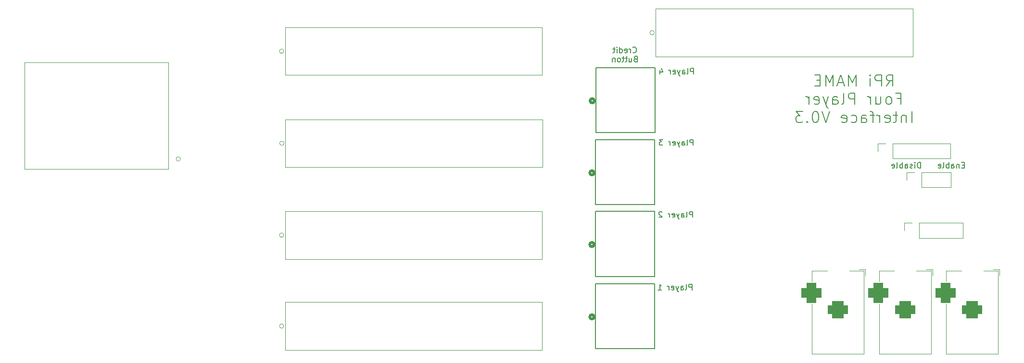
<source format=gbo>
G04 #@! TF.GenerationSoftware,KiCad,Pcbnew,(6.0.6)*
G04 #@! TF.CreationDate,2023-06-19T03:07:34+09:30*
G04 #@! TF.ProjectId,RPi Arcade Hat V0-3,52506920-4172-4636-9164-652048617420,rev?*
G04 #@! TF.SameCoordinates,Original*
G04 #@! TF.FileFunction,Legend,Bot*
G04 #@! TF.FilePolarity,Positive*
%FSLAX46Y46*%
G04 Gerber Fmt 4.6, Leading zero omitted, Abs format (unit mm)*
G04 Created by KiCad (PCBNEW (6.0.6)) date 2023-06-19 03:07:34*
%MOMM*%
%LPD*%
G01*
G04 APERTURE LIST*
G04 Aperture macros list*
%AMRoundRect*
0 Rectangle with rounded corners*
0 $1 Rounding radius*
0 $2 $3 $4 $5 $6 $7 $8 $9 X,Y pos of 4 corners*
0 Add a 4 corners polygon primitive as box body*
4,1,4,$2,$3,$4,$5,$6,$7,$8,$9,$2,$3,0*
0 Add four circle primitives for the rounded corners*
1,1,$1+$1,$2,$3*
1,1,$1+$1,$4,$5*
1,1,$1+$1,$6,$7*
1,1,$1+$1,$8,$9*
0 Add four rect primitives between the rounded corners*
20,1,$1+$1,$2,$3,$4,$5,0*
20,1,$1+$1,$4,$5,$6,$7,0*
20,1,$1+$1,$6,$7,$8,$9,0*
20,1,$1+$1,$8,$9,$2,$3,0*%
G04 Aperture macros list end*
%ADD10C,0.150000*%
%ADD11C,0.120000*%
%ADD12C,0.152400*%
%ADD13C,0.508000*%
%ADD14C,2.032000*%
%ADD15O,1.700000X1.700000*%
%ADD16R,1.700000X1.700000*%
%ADD17C,1.270000*%
%ADD18C,1.524000*%
%ADD19RoundRect,0.875000X0.875000X-0.875000X0.875000X0.875000X-0.875000X0.875000X-0.875000X-0.875000X0*%
%ADD20RoundRect,0.750000X1.000000X-0.750000X1.000000X0.750000X-1.000000X0.750000X-1.000000X-0.750000X0*%
%ADD21R,3.500000X3.500000*%
G04 APERTURE END LIST*
D10*
X160381580Y-82291180D02*
X160381580Y-81291180D01*
X160000628Y-81291180D01*
X159905390Y-81338800D01*
X159857771Y-81386419D01*
X159810152Y-81481657D01*
X159810152Y-81624514D01*
X159857771Y-81719752D01*
X159905390Y-81767371D01*
X160000628Y-81814990D01*
X160381580Y-81814990D01*
X159238723Y-82291180D02*
X159333961Y-82243561D01*
X159381580Y-82148323D01*
X159381580Y-81291180D01*
X158429200Y-82291180D02*
X158429200Y-81767371D01*
X158476819Y-81672133D01*
X158572057Y-81624514D01*
X158762533Y-81624514D01*
X158857771Y-81672133D01*
X158429200Y-82243561D02*
X158524438Y-82291180D01*
X158762533Y-82291180D01*
X158857771Y-82243561D01*
X158905390Y-82148323D01*
X158905390Y-82053085D01*
X158857771Y-81957847D01*
X158762533Y-81910228D01*
X158524438Y-81910228D01*
X158429200Y-81862609D01*
X158048247Y-81624514D02*
X157810152Y-82291180D01*
X157572057Y-81624514D02*
X157810152Y-82291180D01*
X157905390Y-82529276D01*
X157953009Y-82576895D01*
X158048247Y-82624514D01*
X156810152Y-82243561D02*
X156905390Y-82291180D01*
X157095866Y-82291180D01*
X157191104Y-82243561D01*
X157238723Y-82148323D01*
X157238723Y-81767371D01*
X157191104Y-81672133D01*
X157095866Y-81624514D01*
X156905390Y-81624514D01*
X156810152Y-81672133D01*
X156762533Y-81767371D01*
X156762533Y-81862609D01*
X157238723Y-81957847D01*
X156333961Y-82291180D02*
X156333961Y-81624514D01*
X156333961Y-81814990D02*
X156286342Y-81719752D01*
X156238723Y-81672133D01*
X156143485Y-81624514D01*
X156048247Y-81624514D01*
X154524438Y-81624514D02*
X154524438Y-82291180D01*
X154762533Y-81243561D02*
X155000628Y-81957847D01*
X154381580Y-81957847D01*
X160330780Y-94838780D02*
X160330780Y-93838780D01*
X159949828Y-93838780D01*
X159854590Y-93886400D01*
X159806971Y-93934019D01*
X159759352Y-94029257D01*
X159759352Y-94172114D01*
X159806971Y-94267352D01*
X159854590Y-94314971D01*
X159949828Y-94362590D01*
X160330780Y-94362590D01*
X159187923Y-94838780D02*
X159283161Y-94791161D01*
X159330780Y-94695923D01*
X159330780Y-93838780D01*
X158378400Y-94838780D02*
X158378400Y-94314971D01*
X158426019Y-94219733D01*
X158521257Y-94172114D01*
X158711733Y-94172114D01*
X158806971Y-94219733D01*
X158378400Y-94791161D02*
X158473638Y-94838780D01*
X158711733Y-94838780D01*
X158806971Y-94791161D01*
X158854590Y-94695923D01*
X158854590Y-94600685D01*
X158806971Y-94505447D01*
X158711733Y-94457828D01*
X158473638Y-94457828D01*
X158378400Y-94410209D01*
X157997447Y-94172114D02*
X157759352Y-94838780D01*
X157521257Y-94172114D02*
X157759352Y-94838780D01*
X157854590Y-95076876D01*
X157902209Y-95124495D01*
X157997447Y-95172114D01*
X156759352Y-94791161D02*
X156854590Y-94838780D01*
X157045066Y-94838780D01*
X157140304Y-94791161D01*
X157187923Y-94695923D01*
X157187923Y-94314971D01*
X157140304Y-94219733D01*
X157045066Y-94172114D01*
X156854590Y-94172114D01*
X156759352Y-94219733D01*
X156711733Y-94314971D01*
X156711733Y-94410209D01*
X157187923Y-94505447D01*
X156283161Y-94838780D02*
X156283161Y-94172114D01*
X156283161Y-94362590D02*
X156235542Y-94267352D01*
X156187923Y-94219733D01*
X156092685Y-94172114D01*
X155997447Y-94172114D01*
X154997447Y-93838780D02*
X154378400Y-93838780D01*
X154711733Y-94219733D01*
X154568876Y-94219733D01*
X154473638Y-94267352D01*
X154426019Y-94314971D01*
X154378400Y-94410209D01*
X154378400Y-94648304D01*
X154426019Y-94743542D01*
X154473638Y-94791161D01*
X154568876Y-94838780D01*
X154854590Y-94838780D01*
X154949828Y-94791161D01*
X154997447Y-94743542D01*
X160229180Y-107538780D02*
X160229180Y-106538780D01*
X159848228Y-106538780D01*
X159752990Y-106586400D01*
X159705371Y-106634019D01*
X159657752Y-106729257D01*
X159657752Y-106872114D01*
X159705371Y-106967352D01*
X159752990Y-107014971D01*
X159848228Y-107062590D01*
X160229180Y-107062590D01*
X159086323Y-107538780D02*
X159181561Y-107491161D01*
X159229180Y-107395923D01*
X159229180Y-106538780D01*
X158276800Y-107538780D02*
X158276800Y-107014971D01*
X158324419Y-106919733D01*
X158419657Y-106872114D01*
X158610133Y-106872114D01*
X158705371Y-106919733D01*
X158276800Y-107491161D02*
X158372038Y-107538780D01*
X158610133Y-107538780D01*
X158705371Y-107491161D01*
X158752990Y-107395923D01*
X158752990Y-107300685D01*
X158705371Y-107205447D01*
X158610133Y-107157828D01*
X158372038Y-107157828D01*
X158276800Y-107110209D01*
X157895847Y-106872114D02*
X157657752Y-107538780D01*
X157419657Y-106872114D02*
X157657752Y-107538780D01*
X157752990Y-107776876D01*
X157800609Y-107824495D01*
X157895847Y-107872114D01*
X156657752Y-107491161D02*
X156752990Y-107538780D01*
X156943466Y-107538780D01*
X157038704Y-107491161D01*
X157086323Y-107395923D01*
X157086323Y-107014971D01*
X157038704Y-106919733D01*
X156943466Y-106872114D01*
X156752990Y-106872114D01*
X156657752Y-106919733D01*
X156610133Y-107014971D01*
X156610133Y-107110209D01*
X157086323Y-107205447D01*
X156181561Y-107538780D02*
X156181561Y-106872114D01*
X156181561Y-107062590D02*
X156133942Y-106967352D01*
X156086323Y-106919733D01*
X155991085Y-106872114D01*
X155895847Y-106872114D01*
X154848228Y-106634019D02*
X154800609Y-106586400D01*
X154705371Y-106538780D01*
X154467276Y-106538780D01*
X154372038Y-106586400D01*
X154324419Y-106634019D01*
X154276800Y-106729257D01*
X154276800Y-106824495D01*
X154324419Y-106967352D01*
X154895847Y-107538780D01*
X154276800Y-107538780D01*
X160127580Y-120340380D02*
X160127580Y-119340380D01*
X159746628Y-119340380D01*
X159651390Y-119388000D01*
X159603771Y-119435619D01*
X159556152Y-119530857D01*
X159556152Y-119673714D01*
X159603771Y-119768952D01*
X159651390Y-119816571D01*
X159746628Y-119864190D01*
X160127580Y-119864190D01*
X158984723Y-120340380D02*
X159079961Y-120292761D01*
X159127580Y-120197523D01*
X159127580Y-119340380D01*
X158175200Y-120340380D02*
X158175200Y-119816571D01*
X158222819Y-119721333D01*
X158318057Y-119673714D01*
X158508533Y-119673714D01*
X158603771Y-119721333D01*
X158175200Y-120292761D02*
X158270438Y-120340380D01*
X158508533Y-120340380D01*
X158603771Y-120292761D01*
X158651390Y-120197523D01*
X158651390Y-120102285D01*
X158603771Y-120007047D01*
X158508533Y-119959428D01*
X158270438Y-119959428D01*
X158175200Y-119911809D01*
X157794247Y-119673714D02*
X157556152Y-120340380D01*
X157318057Y-119673714D02*
X157556152Y-120340380D01*
X157651390Y-120578476D01*
X157699009Y-120626095D01*
X157794247Y-120673714D01*
X156556152Y-120292761D02*
X156651390Y-120340380D01*
X156841866Y-120340380D01*
X156937104Y-120292761D01*
X156984723Y-120197523D01*
X156984723Y-119816571D01*
X156937104Y-119721333D01*
X156841866Y-119673714D01*
X156651390Y-119673714D01*
X156556152Y-119721333D01*
X156508533Y-119816571D01*
X156508533Y-119911809D01*
X156984723Y-120007047D01*
X156079961Y-120340380D02*
X156079961Y-119673714D01*
X156079961Y-119864190D02*
X156032342Y-119768952D01*
X155984723Y-119721333D01*
X155889485Y-119673714D01*
X155794247Y-119673714D01*
X154175200Y-120340380D02*
X154746628Y-120340380D01*
X154460914Y-120340380D02*
X154460914Y-119340380D01*
X154556152Y-119483238D01*
X154651390Y-119578476D01*
X154746628Y-119626095D01*
X208052704Y-98328171D02*
X207719371Y-98328171D01*
X207576514Y-98851980D02*
X208052704Y-98851980D01*
X208052704Y-97851980D01*
X207576514Y-97851980D01*
X207147942Y-98185314D02*
X207147942Y-98851980D01*
X207147942Y-98280552D02*
X207100323Y-98232933D01*
X207005085Y-98185314D01*
X206862228Y-98185314D01*
X206766990Y-98232933D01*
X206719371Y-98328171D01*
X206719371Y-98851980D01*
X205814609Y-98851980D02*
X205814609Y-98328171D01*
X205862228Y-98232933D01*
X205957466Y-98185314D01*
X206147942Y-98185314D01*
X206243180Y-98232933D01*
X205814609Y-98804361D02*
X205909847Y-98851980D01*
X206147942Y-98851980D01*
X206243180Y-98804361D01*
X206290800Y-98709123D01*
X206290800Y-98613885D01*
X206243180Y-98518647D01*
X206147942Y-98471028D01*
X205909847Y-98471028D01*
X205814609Y-98423409D01*
X205338419Y-98851980D02*
X205338419Y-97851980D01*
X205338419Y-98232933D02*
X205243180Y-98185314D01*
X205052704Y-98185314D01*
X204957466Y-98232933D01*
X204909847Y-98280552D01*
X204862228Y-98375790D01*
X204862228Y-98661504D01*
X204909847Y-98756742D01*
X204957466Y-98804361D01*
X205052704Y-98851980D01*
X205243180Y-98851980D01*
X205338419Y-98804361D01*
X204290800Y-98851980D02*
X204386038Y-98804361D01*
X204433657Y-98709123D01*
X204433657Y-97851980D01*
X203528895Y-98804361D02*
X203624133Y-98851980D01*
X203814609Y-98851980D01*
X203909847Y-98804361D01*
X203957466Y-98709123D01*
X203957466Y-98328171D01*
X203909847Y-98232933D01*
X203814609Y-98185314D01*
X203624133Y-98185314D01*
X203528895Y-98232933D01*
X203481276Y-98328171D01*
X203481276Y-98423409D01*
X203957466Y-98518647D01*
X200366000Y-98851980D02*
X200366000Y-97851980D01*
X200127904Y-97851980D01*
X199985047Y-97899600D01*
X199889809Y-97994838D01*
X199842190Y-98090076D01*
X199794571Y-98280552D01*
X199794571Y-98423409D01*
X199842190Y-98613885D01*
X199889809Y-98709123D01*
X199985047Y-98804361D01*
X200127904Y-98851980D01*
X200366000Y-98851980D01*
X199366000Y-98851980D02*
X199366000Y-98185314D01*
X199366000Y-97851980D02*
X199413619Y-97899600D01*
X199366000Y-97947219D01*
X199318380Y-97899600D01*
X199366000Y-97851980D01*
X199366000Y-97947219D01*
X198937428Y-98804361D02*
X198842190Y-98851980D01*
X198651714Y-98851980D01*
X198556476Y-98804361D01*
X198508857Y-98709123D01*
X198508857Y-98661504D01*
X198556476Y-98566266D01*
X198651714Y-98518647D01*
X198794571Y-98518647D01*
X198889809Y-98471028D01*
X198937428Y-98375790D01*
X198937428Y-98328171D01*
X198889809Y-98232933D01*
X198794571Y-98185314D01*
X198651714Y-98185314D01*
X198556476Y-98232933D01*
X197651714Y-98851980D02*
X197651714Y-98328171D01*
X197699333Y-98232933D01*
X197794571Y-98185314D01*
X197985047Y-98185314D01*
X198080285Y-98232933D01*
X197651714Y-98804361D02*
X197746952Y-98851980D01*
X197985047Y-98851980D01*
X198080285Y-98804361D01*
X198127904Y-98709123D01*
X198127904Y-98613885D01*
X198080285Y-98518647D01*
X197985047Y-98471028D01*
X197746952Y-98471028D01*
X197651714Y-98423409D01*
X197175523Y-98851980D02*
X197175523Y-97851980D01*
X197175523Y-98232933D02*
X197080285Y-98185314D01*
X196889809Y-98185314D01*
X196794571Y-98232933D01*
X196746952Y-98280552D01*
X196699333Y-98375790D01*
X196699333Y-98661504D01*
X196746952Y-98756742D01*
X196794571Y-98804361D01*
X196889809Y-98851980D01*
X197080285Y-98851980D01*
X197175523Y-98804361D01*
X196127904Y-98851980D02*
X196223142Y-98804361D01*
X196270761Y-98709123D01*
X196270761Y-97851980D01*
X195366000Y-98804361D02*
X195461238Y-98851980D01*
X195651714Y-98851980D01*
X195746952Y-98804361D01*
X195794571Y-98709123D01*
X195794571Y-98328171D01*
X195746952Y-98232933D01*
X195651714Y-98185314D01*
X195461238Y-98185314D01*
X195366000Y-98232933D01*
X195318380Y-98328171D01*
X195318380Y-98423409D01*
X195794571Y-98518647D01*
X149740761Y-78419342D02*
X149788380Y-78466961D01*
X149931238Y-78514580D01*
X150026476Y-78514580D01*
X150169333Y-78466961D01*
X150264571Y-78371723D01*
X150312190Y-78276485D01*
X150359809Y-78086009D01*
X150359809Y-77943152D01*
X150312190Y-77752676D01*
X150264571Y-77657438D01*
X150169333Y-77562200D01*
X150026476Y-77514580D01*
X149931238Y-77514580D01*
X149788380Y-77562200D01*
X149740761Y-77609819D01*
X149312190Y-78514580D02*
X149312190Y-77847914D01*
X149312190Y-78038390D02*
X149264571Y-77943152D01*
X149216952Y-77895533D01*
X149121714Y-77847914D01*
X149026476Y-77847914D01*
X148312190Y-78466961D02*
X148407428Y-78514580D01*
X148597904Y-78514580D01*
X148693142Y-78466961D01*
X148740761Y-78371723D01*
X148740761Y-77990771D01*
X148693142Y-77895533D01*
X148597904Y-77847914D01*
X148407428Y-77847914D01*
X148312190Y-77895533D01*
X148264571Y-77990771D01*
X148264571Y-78086009D01*
X148740761Y-78181247D01*
X147407428Y-78514580D02*
X147407428Y-77514580D01*
X147407428Y-78466961D02*
X147502666Y-78514580D01*
X147693142Y-78514580D01*
X147788380Y-78466961D01*
X147836000Y-78419342D01*
X147883619Y-78324104D01*
X147883619Y-78038390D01*
X147836000Y-77943152D01*
X147788380Y-77895533D01*
X147693142Y-77847914D01*
X147502666Y-77847914D01*
X147407428Y-77895533D01*
X146931238Y-78514580D02*
X146931238Y-77847914D01*
X146931238Y-77514580D02*
X146978857Y-77562200D01*
X146931238Y-77609819D01*
X146883619Y-77562200D01*
X146931238Y-77514580D01*
X146931238Y-77609819D01*
X146597904Y-77847914D02*
X146216952Y-77847914D01*
X146455047Y-77514580D02*
X146455047Y-78371723D01*
X146407428Y-78466961D01*
X146312190Y-78514580D01*
X146216952Y-78514580D01*
X150193142Y-79600771D02*
X150050285Y-79648390D01*
X150002666Y-79696009D01*
X149955047Y-79791247D01*
X149955047Y-79934104D01*
X150002666Y-80029342D01*
X150050285Y-80076961D01*
X150145523Y-80124580D01*
X150526476Y-80124580D01*
X150526476Y-79124580D01*
X150193142Y-79124580D01*
X150097904Y-79172200D01*
X150050285Y-79219819D01*
X150002666Y-79315057D01*
X150002666Y-79410295D01*
X150050285Y-79505533D01*
X150097904Y-79553152D01*
X150193142Y-79600771D01*
X150526476Y-79600771D01*
X149097904Y-79457914D02*
X149097904Y-80124580D01*
X149526476Y-79457914D02*
X149526476Y-79981723D01*
X149478857Y-80076961D01*
X149383619Y-80124580D01*
X149240761Y-80124580D01*
X149145523Y-80076961D01*
X149097904Y-80029342D01*
X148764571Y-79457914D02*
X148383619Y-79457914D01*
X148621714Y-79124580D02*
X148621714Y-79981723D01*
X148574095Y-80076961D01*
X148478857Y-80124580D01*
X148383619Y-80124580D01*
X148193142Y-79457914D02*
X147812190Y-79457914D01*
X148050285Y-79124580D02*
X148050285Y-79981723D01*
X148002666Y-80076961D01*
X147907428Y-80124580D01*
X147812190Y-80124580D01*
X147336000Y-80124580D02*
X147431238Y-80076961D01*
X147478857Y-80029342D01*
X147526476Y-79934104D01*
X147526476Y-79648390D01*
X147478857Y-79553152D01*
X147431238Y-79505533D01*
X147336000Y-79457914D01*
X147193142Y-79457914D01*
X147097904Y-79505533D01*
X147050285Y-79553152D01*
X147002666Y-79648390D01*
X147002666Y-79934104D01*
X147050285Y-80029342D01*
X147097904Y-80076961D01*
X147193142Y-80124580D01*
X147336000Y-80124580D01*
X146574095Y-79457914D02*
X146574095Y-80124580D01*
X146574095Y-79553152D02*
X146526476Y-79505533D01*
X146431238Y-79457914D01*
X146288380Y-79457914D01*
X146193142Y-79505533D01*
X146145523Y-79600771D01*
X146145523Y-80124580D01*
X194337866Y-84400361D02*
X195004533Y-83447980D01*
X195480723Y-84400361D02*
X195480723Y-82400361D01*
X194718819Y-82400361D01*
X194528342Y-82495600D01*
X194433104Y-82590838D01*
X194337866Y-82781314D01*
X194337866Y-83067028D01*
X194433104Y-83257504D01*
X194528342Y-83352742D01*
X194718819Y-83447980D01*
X195480723Y-83447980D01*
X193480723Y-84400361D02*
X193480723Y-82400361D01*
X192718819Y-82400361D01*
X192528342Y-82495600D01*
X192433104Y-82590838D01*
X192337866Y-82781314D01*
X192337866Y-83067028D01*
X192433104Y-83257504D01*
X192528342Y-83352742D01*
X192718819Y-83447980D01*
X193480723Y-83447980D01*
X191480723Y-84400361D02*
X191480723Y-83067028D01*
X191480723Y-82400361D02*
X191575961Y-82495600D01*
X191480723Y-82590838D01*
X191385485Y-82495600D01*
X191480723Y-82400361D01*
X191480723Y-82590838D01*
X189004533Y-84400361D02*
X189004533Y-82400361D01*
X188337866Y-83828933D01*
X187671200Y-82400361D01*
X187671200Y-84400361D01*
X186814057Y-83828933D02*
X185861676Y-83828933D01*
X187004533Y-84400361D02*
X186337866Y-82400361D01*
X185671200Y-84400361D01*
X185004533Y-84400361D02*
X185004533Y-82400361D01*
X184337866Y-83828933D01*
X183671200Y-82400361D01*
X183671200Y-84400361D01*
X182718819Y-83352742D02*
X182052152Y-83352742D01*
X181766438Y-84400361D02*
X182718819Y-84400361D01*
X182718819Y-82400361D01*
X181766438Y-82400361D01*
X196242628Y-86572742D02*
X196909295Y-86572742D01*
X196909295Y-87620361D02*
X196909295Y-85620361D01*
X195956914Y-85620361D01*
X194909295Y-87620361D02*
X195099771Y-87525123D01*
X195195009Y-87429885D01*
X195290247Y-87239409D01*
X195290247Y-86667980D01*
X195195009Y-86477504D01*
X195099771Y-86382266D01*
X194909295Y-86287028D01*
X194623580Y-86287028D01*
X194433104Y-86382266D01*
X194337866Y-86477504D01*
X194242628Y-86667980D01*
X194242628Y-87239409D01*
X194337866Y-87429885D01*
X194433104Y-87525123D01*
X194623580Y-87620361D01*
X194909295Y-87620361D01*
X192528342Y-86287028D02*
X192528342Y-87620361D01*
X193385485Y-86287028D02*
X193385485Y-87334647D01*
X193290247Y-87525123D01*
X193099771Y-87620361D01*
X192814057Y-87620361D01*
X192623580Y-87525123D01*
X192528342Y-87429885D01*
X191575961Y-87620361D02*
X191575961Y-86287028D01*
X191575961Y-86667980D02*
X191480723Y-86477504D01*
X191385485Y-86382266D01*
X191195009Y-86287028D01*
X191004533Y-86287028D01*
X188814057Y-87620361D02*
X188814057Y-85620361D01*
X188052152Y-85620361D01*
X187861676Y-85715600D01*
X187766438Y-85810838D01*
X187671200Y-86001314D01*
X187671200Y-86287028D01*
X187766438Y-86477504D01*
X187861676Y-86572742D01*
X188052152Y-86667980D01*
X188814057Y-86667980D01*
X186528342Y-87620361D02*
X186718819Y-87525123D01*
X186814057Y-87334647D01*
X186814057Y-85620361D01*
X184909295Y-87620361D02*
X184909295Y-86572742D01*
X185004533Y-86382266D01*
X185195009Y-86287028D01*
X185575961Y-86287028D01*
X185766438Y-86382266D01*
X184909295Y-87525123D02*
X185099771Y-87620361D01*
X185575961Y-87620361D01*
X185766438Y-87525123D01*
X185861676Y-87334647D01*
X185861676Y-87144171D01*
X185766438Y-86953695D01*
X185575961Y-86858457D01*
X185099771Y-86858457D01*
X184909295Y-86763219D01*
X184147390Y-86287028D02*
X183671200Y-87620361D01*
X183195009Y-86287028D02*
X183671200Y-87620361D01*
X183861676Y-88096552D01*
X183956914Y-88191790D01*
X184147390Y-88287028D01*
X181671200Y-87525123D02*
X181861676Y-87620361D01*
X182242628Y-87620361D01*
X182433104Y-87525123D01*
X182528342Y-87334647D01*
X182528342Y-86572742D01*
X182433104Y-86382266D01*
X182242628Y-86287028D01*
X181861676Y-86287028D01*
X181671200Y-86382266D01*
X181575961Y-86572742D01*
X181575961Y-86763219D01*
X182528342Y-86953695D01*
X180718819Y-87620361D02*
X180718819Y-86287028D01*
X180718819Y-86667980D02*
X180623580Y-86477504D01*
X180528342Y-86382266D01*
X180337866Y-86287028D01*
X180147390Y-86287028D01*
X198814057Y-90840361D02*
X198814057Y-88840361D01*
X197861676Y-89507028D02*
X197861676Y-90840361D01*
X197861676Y-89697504D02*
X197766438Y-89602266D01*
X197575961Y-89507028D01*
X197290247Y-89507028D01*
X197099771Y-89602266D01*
X197004533Y-89792742D01*
X197004533Y-90840361D01*
X196337866Y-89507028D02*
X195575961Y-89507028D01*
X196052152Y-88840361D02*
X196052152Y-90554647D01*
X195956914Y-90745123D01*
X195766438Y-90840361D01*
X195575961Y-90840361D01*
X194147390Y-90745123D02*
X194337866Y-90840361D01*
X194718819Y-90840361D01*
X194909295Y-90745123D01*
X195004533Y-90554647D01*
X195004533Y-89792742D01*
X194909295Y-89602266D01*
X194718819Y-89507028D01*
X194337866Y-89507028D01*
X194147390Y-89602266D01*
X194052152Y-89792742D01*
X194052152Y-89983219D01*
X195004533Y-90173695D01*
X193195009Y-90840361D02*
X193195009Y-89507028D01*
X193195009Y-89887980D02*
X193099771Y-89697504D01*
X193004533Y-89602266D01*
X192814057Y-89507028D01*
X192623580Y-89507028D01*
X192242628Y-89507028D02*
X191480723Y-89507028D01*
X191956914Y-90840361D02*
X191956914Y-89126076D01*
X191861676Y-88935600D01*
X191671200Y-88840361D01*
X191480723Y-88840361D01*
X189956914Y-90840361D02*
X189956914Y-89792742D01*
X190052152Y-89602266D01*
X190242628Y-89507028D01*
X190623580Y-89507028D01*
X190814057Y-89602266D01*
X189956914Y-90745123D02*
X190147390Y-90840361D01*
X190623580Y-90840361D01*
X190814057Y-90745123D01*
X190909295Y-90554647D01*
X190909295Y-90364171D01*
X190814057Y-90173695D01*
X190623580Y-90078457D01*
X190147390Y-90078457D01*
X189956914Y-89983219D01*
X188147390Y-90745123D02*
X188337866Y-90840361D01*
X188718819Y-90840361D01*
X188909295Y-90745123D01*
X189004533Y-90649885D01*
X189099771Y-90459409D01*
X189099771Y-89887980D01*
X189004533Y-89697504D01*
X188909295Y-89602266D01*
X188718819Y-89507028D01*
X188337866Y-89507028D01*
X188147390Y-89602266D01*
X186528342Y-90745123D02*
X186718819Y-90840361D01*
X187099771Y-90840361D01*
X187290247Y-90745123D01*
X187385485Y-90554647D01*
X187385485Y-89792742D01*
X187290247Y-89602266D01*
X187099771Y-89507028D01*
X186718819Y-89507028D01*
X186528342Y-89602266D01*
X186433104Y-89792742D01*
X186433104Y-89983219D01*
X187385485Y-90173695D01*
X184337866Y-88840361D02*
X183671200Y-90840361D01*
X183004533Y-88840361D01*
X181956914Y-88840361D02*
X181766438Y-88840361D01*
X181575961Y-88935600D01*
X181480723Y-89030838D01*
X181385485Y-89221314D01*
X181290247Y-89602266D01*
X181290247Y-90078457D01*
X181385485Y-90459409D01*
X181480723Y-90649885D01*
X181575961Y-90745123D01*
X181766438Y-90840361D01*
X181956914Y-90840361D01*
X182147390Y-90745123D01*
X182242628Y-90649885D01*
X182337866Y-90459409D01*
X182433104Y-90078457D01*
X182433104Y-89602266D01*
X182337866Y-89221314D01*
X182242628Y-89030838D01*
X182147390Y-88935600D01*
X181956914Y-88840361D01*
X180433104Y-90649885D02*
X180337866Y-90745123D01*
X180433104Y-90840361D01*
X180528342Y-90745123D01*
X180433104Y-90649885D01*
X180433104Y-90840361D01*
X179671200Y-88840361D02*
X178433104Y-88840361D01*
X179099771Y-89602266D01*
X178814057Y-89602266D01*
X178623580Y-89697504D01*
X178528342Y-89792742D01*
X178433104Y-89983219D01*
X178433104Y-90459409D01*
X178528342Y-90649885D01*
X178623580Y-90745123D01*
X178814057Y-90840361D01*
X179385485Y-90840361D01*
X179575961Y-90745123D01*
X179671200Y-90649885D01*
D11*
X88567301Y-90271600D02*
X133804701Y-90271600D01*
X133804701Y-90271600D02*
X133804701Y-98704400D01*
X133804701Y-98704400D02*
X88567301Y-98704400D01*
X88567301Y-98704400D02*
X88567301Y-90271600D01*
X88313301Y-94488000D02*
G75*
G03*
X88313301Y-94488000I-381000J0D01*
G01*
X194162600Y-94529600D02*
X192832600Y-94529600D01*
X195432600Y-94529600D02*
X195432600Y-97189600D01*
X205652600Y-94529600D02*
X205652600Y-97189600D01*
X195432600Y-94529600D02*
X205652600Y-94529600D01*
X192832600Y-94529600D02*
X192832600Y-95859600D01*
X195432600Y-97189600D02*
X205652600Y-97189600D01*
X70084800Y-97251250D02*
G75*
G03*
X70084800Y-97251250I-381000J0D01*
G01*
X67925800Y-80207850D02*
X67925800Y-99054650D01*
X42678200Y-80207850D02*
X67925800Y-80207850D01*
X42678200Y-99054650D02*
X42678200Y-80207850D01*
X67925800Y-99054650D02*
X42678200Y-99054650D01*
D12*
X143205200Y-92623098D02*
X143205200Y-81167698D01*
X153619200Y-92623098D02*
X143205200Y-92623098D01*
X153619200Y-81167698D02*
X153619200Y-92623098D01*
X143205200Y-81167698D02*
X153619200Y-81167698D01*
D13*
X142951200Y-86996099D02*
G75*
G03*
X142951200Y-86996099I-381000J0D01*
G01*
D12*
X143154400Y-105323098D02*
X143154400Y-93867698D01*
X153568400Y-105323098D02*
X143154400Y-105323098D01*
X153568400Y-93867698D02*
X153568400Y-105323098D01*
X143154400Y-93867698D02*
X153568400Y-93867698D01*
D13*
X142900400Y-99696099D02*
G75*
G03*
X142900400Y-99696099I-381000J0D01*
G01*
D12*
X143154400Y-117972298D02*
X143154400Y-106516898D01*
X153568400Y-117972298D02*
X143154400Y-117972298D01*
X153568400Y-106516898D02*
X153568400Y-117972298D01*
X143154400Y-106516898D02*
X153568400Y-106516898D01*
D13*
X142900400Y-112345299D02*
G75*
G03*
X142900400Y-112345299I-381000J0D01*
G01*
D12*
X143154400Y-130723098D02*
X143154400Y-119267698D01*
X153568400Y-130723098D02*
X143154400Y-130723098D01*
X153568400Y-119267698D02*
X153568400Y-130723098D01*
X143154400Y-119267698D02*
X153568400Y-119267698D01*
D13*
X142900400Y-125096099D02*
G75*
G03*
X142900400Y-125096099I-381000J0D01*
G01*
D11*
X202455100Y-117800400D02*
X202455100Y-116750400D01*
X201405100Y-116750400D02*
X202455100Y-116750400D01*
X193055100Y-122850400D02*
X193055100Y-131650400D01*
X202255100Y-116950400D02*
X199655100Y-116950400D01*
X195755100Y-116950400D02*
X193055100Y-116950400D01*
X193055100Y-116950400D02*
X193055100Y-118850400D01*
X193055100Y-131650400D02*
X202255100Y-131650400D01*
X202255100Y-131650400D02*
X202255100Y-116950400D01*
X190618700Y-117800400D02*
X190618700Y-116750400D01*
X189568700Y-116750400D02*
X190618700Y-116750400D01*
X181218700Y-122850400D02*
X181218700Y-131650400D01*
X190418700Y-116950400D02*
X187818700Y-116950400D01*
X183918700Y-116950400D02*
X181218700Y-116950400D01*
X181218700Y-116950400D02*
X181218700Y-118850400D01*
X181218700Y-131650400D02*
X190418700Y-131650400D01*
X190418700Y-131650400D02*
X190418700Y-116950400D01*
X200111200Y-111210400D02*
X207791200Y-111210400D01*
X198841200Y-108550400D02*
X197511200Y-108550400D01*
X207791200Y-108550400D02*
X207791200Y-111210400D01*
X200111200Y-108550400D02*
X200111200Y-111210400D01*
X197511200Y-108550400D02*
X197511200Y-109880400D01*
X200111200Y-108550400D02*
X207791200Y-108550400D01*
X205698400Y-99609600D02*
X205698400Y-102269600D01*
X200558400Y-99609600D02*
X205698400Y-99609600D01*
X199288400Y-99609600D02*
X197958400Y-99609600D01*
X200558400Y-102269600D02*
X205698400Y-102269600D01*
X197958400Y-99609600D02*
X197958400Y-100939600D01*
X200558400Y-99609600D02*
X200558400Y-102269600D01*
X214040700Y-131650400D02*
X214040700Y-116950400D01*
X204840700Y-131650400D02*
X214040700Y-131650400D01*
X204840700Y-116950400D02*
X204840700Y-118850400D01*
X207540700Y-116950400D02*
X204840700Y-116950400D01*
X214040700Y-116950400D02*
X211440700Y-116950400D01*
X204840700Y-122850400D02*
X204840700Y-131650400D01*
X213190700Y-116750400D02*
X214240700Y-116750400D01*
X214240700Y-117800400D02*
X214240700Y-116750400D01*
X88277700Y-78257200D02*
G75*
G03*
X88277700Y-78257200I-381000J0D01*
G01*
X88531700Y-82473600D02*
X88531700Y-74040800D01*
X133769100Y-82473600D02*
X88531700Y-82473600D01*
X133769100Y-74040800D02*
X133769100Y-82473600D01*
X88531700Y-74040800D02*
X133769100Y-74040800D01*
X153504900Y-75006000D02*
G75*
G03*
X153504900Y-75006000I-381000J0D01*
G01*
X153758900Y-79222400D02*
X153758900Y-70789600D01*
X198996300Y-79222400D02*
X153758900Y-79222400D01*
X198996300Y-70789600D02*
X198996300Y-79222400D01*
X153758900Y-70789600D02*
X198996300Y-70789600D01*
X88531700Y-106476800D02*
X133769100Y-106476800D01*
X133769100Y-106476800D02*
X133769100Y-114909600D01*
X133769100Y-114909600D02*
X88531700Y-114909600D01*
X88531700Y-114909600D02*
X88531700Y-106476800D01*
X88277700Y-110693200D02*
G75*
G03*
X88277700Y-110693200I-381000J0D01*
G01*
X88277700Y-126720400D02*
G75*
G03*
X88277700Y-126720400I-381000J0D01*
G01*
X88531700Y-130936800D02*
X88531700Y-122504000D01*
X133769100Y-130936800D02*
X88531700Y-130936800D01*
X133769100Y-122504000D02*
X133769100Y-130936800D01*
X88531700Y-122504000D02*
X133769100Y-122504000D01*
%LPC*%
D14*
X91186000Y-94488000D03*
X96186000Y-94488000D03*
X101186001Y-94488000D03*
X106186001Y-94488000D03*
X111186001Y-94488000D03*
X116186001Y-94488000D03*
X121186001Y-94488000D03*
X126186001Y-94488000D03*
X131186002Y-94488000D03*
D15*
X204322600Y-95859600D03*
X201782600Y-95859600D03*
X199242600Y-95859600D03*
X196702600Y-95859600D03*
D16*
X194162600Y-95859600D03*
D17*
X45142000Y-82011250D03*
X47682000Y-82011250D03*
X50222000Y-82011250D03*
X52762000Y-82011250D03*
X55302000Y-82011250D03*
X57842000Y-82011250D03*
X60382000Y-82011250D03*
X62922000Y-82011250D03*
X65462000Y-82011250D03*
X45142000Y-97251250D03*
X47682000Y-97251250D03*
X50222000Y-97251250D03*
X52762000Y-97251250D03*
X55302000Y-97251250D03*
X57842000Y-97251250D03*
X60382000Y-97251250D03*
X62922000Y-97251250D03*
X65462000Y-97251250D03*
D15*
X80402200Y-81909650D03*
X77862200Y-81909650D03*
X75322200Y-81909650D03*
X72782200Y-81909650D03*
D16*
X70242200Y-81909650D03*
D18*
X150952200Y-86996099D03*
X145872200Y-86996099D03*
X150901400Y-99696099D03*
X145821400Y-99696099D03*
X150901400Y-112345299D03*
X145821400Y-112345299D03*
X150901400Y-125096099D03*
X145821400Y-125096099D03*
D19*
X192955100Y-120850400D03*
D20*
X197655100Y-123850400D03*
D21*
X197655100Y-117850400D03*
D19*
X181118700Y-120850400D03*
D20*
X185818700Y-123850400D03*
D21*
X185818700Y-117850400D03*
D16*
X198841200Y-109880400D03*
D15*
X201381200Y-109880400D03*
X203921200Y-109880400D03*
X206461200Y-109880400D03*
D16*
X199288400Y-100939600D03*
D15*
X201828400Y-100939600D03*
X204368400Y-100939600D03*
D21*
X209440700Y-117850400D03*
D20*
X209440700Y-123850400D03*
D19*
X204740700Y-120850400D03*
D14*
X131150401Y-78257200D03*
X126150400Y-78257200D03*
X121150400Y-78257200D03*
X116150400Y-78257200D03*
X111150400Y-78257200D03*
X106150400Y-78257200D03*
X101150400Y-78257200D03*
X96150399Y-78257200D03*
X91150399Y-78257200D03*
X196377601Y-75006000D03*
X191377600Y-75006000D03*
X186377600Y-75006000D03*
X181377600Y-75006000D03*
X176377600Y-75006000D03*
X171377600Y-75006000D03*
X166377600Y-75006000D03*
X161377599Y-75006000D03*
X156377599Y-75006000D03*
X91150399Y-110693200D03*
X96150399Y-110693200D03*
X101150400Y-110693200D03*
X106150400Y-110693200D03*
X111150400Y-110693200D03*
X116150400Y-110693200D03*
X121150400Y-110693200D03*
X126150400Y-110693200D03*
X131150401Y-110693200D03*
X131150401Y-126720400D03*
X126150400Y-126720400D03*
X121150400Y-126720400D03*
X116150400Y-126720400D03*
X111150400Y-126720400D03*
X106150400Y-126720400D03*
X101150400Y-126720400D03*
X96150399Y-126720400D03*
X91150399Y-126720400D03*
D15*
X270642000Y-77906800D03*
X270642000Y-80446800D03*
X268102000Y-77906800D03*
X268102000Y-80446800D03*
X265562000Y-77906800D03*
X265562000Y-80446800D03*
X263022000Y-77906800D03*
X263022000Y-80446800D03*
X260482000Y-77906800D03*
X260482000Y-80446800D03*
X257942000Y-77906800D03*
X257942000Y-80446800D03*
X255402000Y-77906800D03*
X255402000Y-80446800D03*
X252862000Y-77906800D03*
X252862000Y-80446800D03*
X250322000Y-77906800D03*
X250322000Y-80446800D03*
X247782000Y-77906800D03*
X247782000Y-80446800D03*
X245242000Y-77906800D03*
X245242000Y-80446800D03*
X242702000Y-77906800D03*
X242702000Y-80446800D03*
X240162000Y-77906800D03*
X240162000Y-80446800D03*
X237622000Y-77906800D03*
X237622000Y-80446800D03*
X235082000Y-77906800D03*
X235082000Y-80446800D03*
X232542000Y-77906800D03*
X232542000Y-80446800D03*
X230002000Y-77906800D03*
X230002000Y-80446800D03*
X227462000Y-77906800D03*
X227462000Y-80446800D03*
X224922000Y-77906800D03*
X224922000Y-80446800D03*
X222382000Y-77906800D03*
D16*
X222382000Y-80446800D03*
M02*

</source>
